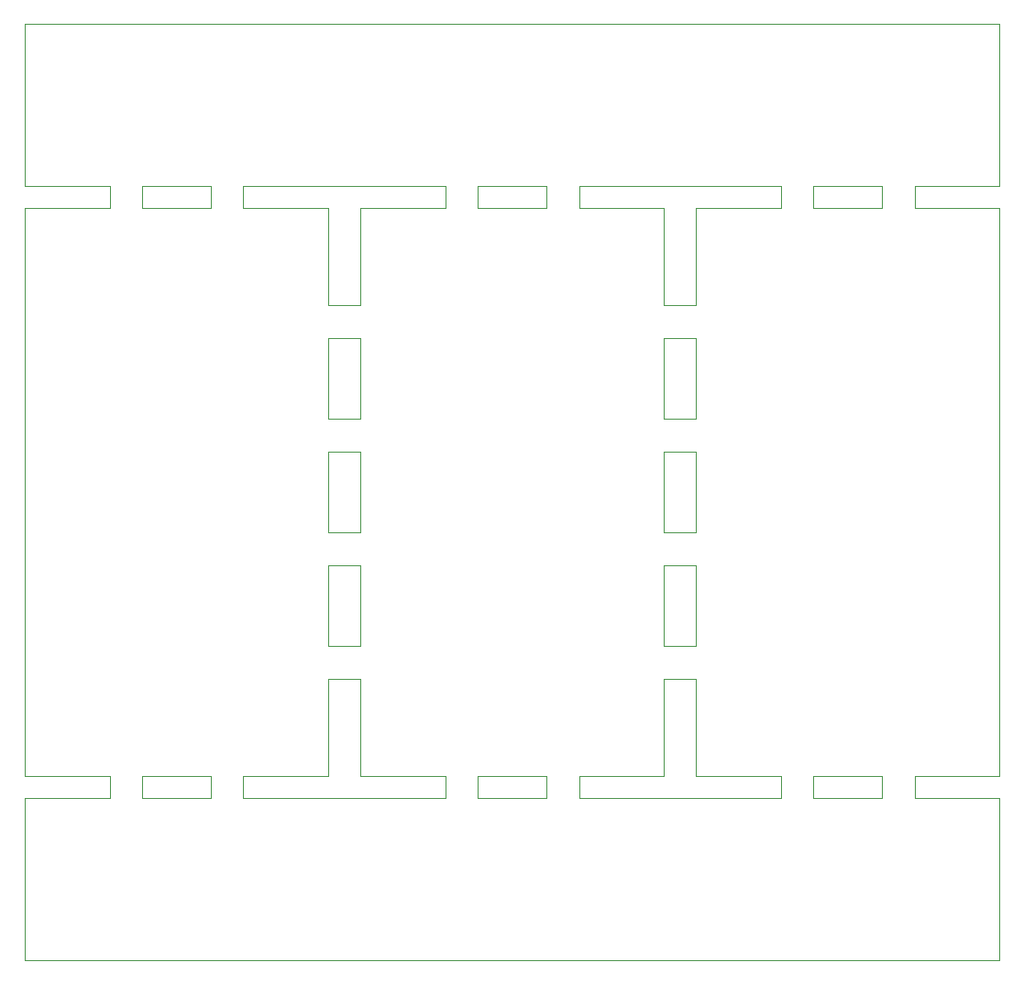
<source format=gm1>
G04 #@! TF.GenerationSoftware,KiCad,Pcbnew,8.0.0*
G04 #@! TF.CreationDate,2024-02-29T15:25:12+11:00*
G04 #@! TF.ProjectId,panel,70616e65-6c2e-46b6-9963-61645f706362,rev?*
G04 #@! TF.SameCoordinates,Original*
G04 #@! TF.FileFunction,Profile,NP*
%FSLAX46Y46*%
G04 Gerber Fmt 4.6, Leading zero omitted, Abs format (unit mm)*
G04 Created by KiCad (PCBNEW 8.0.0) date 2024-02-29 15:25:12*
%MOMM*%
%LPD*%
G01*
G04 APERTURE LIST*
G04 #@! TA.AperFunction,Profile*
%ADD10C,0.100000*%
G04 #@! TD*
G04 APERTURE END LIST*
D10*
X60500000Y-46999500D02*
X59000000Y-46999500D01*
X31000000Y-57499500D02*
X29500000Y-57499500D01*
X62000000Y-60499500D02*
X62000000Y-69499500D01*
X59000000Y-49999500D02*
X60500000Y-49999500D01*
X28000000Y-69499500D02*
X28000000Y-60499500D01*
X60500000Y-57499500D02*
X59000000Y-57499500D01*
X79166666Y-71499500D02*
X72833333Y-71499500D01*
X28000000Y-39499500D02*
X29500000Y-39499500D01*
X7833333Y-15000000D02*
X7833333Y-16999500D01*
X51166666Y-16999500D02*
X51166666Y-15000000D01*
X69833333Y-71499500D02*
X51166666Y-71499500D01*
X20166666Y-69499500D02*
X28000000Y-69499500D01*
X90000000Y-15000000D02*
X90000000Y0D01*
X59000000Y-28999500D02*
X60500000Y-28999500D01*
X41833333Y-71499500D02*
X41833333Y-69499500D01*
X48166666Y-69499500D02*
X48166666Y-71499500D01*
X10833333Y-69499500D02*
X17166666Y-69499500D01*
X28000000Y-49999500D02*
X29500000Y-49999500D01*
X31000000Y-60499500D02*
X31000000Y-69499500D01*
X31000000Y-36499500D02*
X29500000Y-36499500D01*
X82166666Y-69499500D02*
X90000000Y-69499500D01*
X62000000Y-16999500D02*
X62000000Y-25999500D01*
X69833333Y-15000000D02*
X69833333Y-16999500D01*
X0Y-16999500D02*
X0Y-69499500D01*
X28000000Y-60499500D02*
X29500000Y-60499500D01*
X17166666Y-16999500D02*
X10833333Y-16999500D01*
X0Y-69499500D02*
X7833333Y-69499500D01*
X90000000Y-71499500D02*
X82166666Y-71499500D01*
X60500000Y-49999500D02*
X62000000Y-49999500D01*
X79166666Y-15000000D02*
X79166666Y-16999500D01*
X59000000Y-60499500D02*
X60500000Y-60499500D01*
X31000000Y-49999500D02*
X31000000Y-57499500D01*
X0Y-71499500D02*
X0Y-86499500D01*
X62000000Y-57499500D02*
X60500000Y-57499500D01*
X90000000Y-16999500D02*
X82166666Y-16999500D01*
X90000000Y0D02*
X0Y0D01*
X7833333Y-69499500D02*
X7833333Y-71499500D01*
X29500000Y-49999500D02*
X31000000Y-49999500D01*
X62000000Y-49999500D02*
X62000000Y-57499500D01*
X59000000Y-57499500D02*
X59000000Y-49999500D01*
X59000000Y-36499500D02*
X59000000Y-28999500D01*
X17166666Y-71499500D02*
X10833333Y-71499500D01*
X59000000Y-39499500D02*
X60500000Y-39499500D01*
X0Y0D02*
X0Y-15000000D01*
X79166666Y-16999500D02*
X72833333Y-16999500D01*
X72833333Y-16999500D02*
X72833333Y-15000000D01*
X0Y-15000000D02*
X7833333Y-15000000D01*
X62000000Y-39499500D02*
X62000000Y-46999500D01*
X20166666Y-16999500D02*
X20166666Y-15000000D01*
X41833333Y-69499500D02*
X48166666Y-69499500D01*
X31000000Y-46999500D02*
X29500000Y-46999500D01*
X62000000Y-28999500D02*
X62000000Y-36499500D01*
X28000000Y-16999500D02*
X20166666Y-16999500D01*
X51166666Y-71499500D02*
X51166666Y-69499500D01*
X31000000Y-28999500D02*
X31000000Y-36499500D01*
X60500000Y-28999500D02*
X62000000Y-28999500D01*
X60500000Y-25999500D02*
X59000000Y-25999500D01*
X28000000Y-57499500D02*
X28000000Y-49999500D01*
X48166666Y-15000000D02*
X48166666Y-16999500D01*
X28000000Y-46999500D02*
X28000000Y-39499500D01*
X59000000Y-69499500D02*
X59000000Y-60499500D01*
X31000000Y-39499500D02*
X31000000Y-46999500D01*
X38833333Y-15000000D02*
X38833333Y-16999500D01*
X41833333Y-15000000D02*
X48166666Y-15000000D01*
X31000000Y-16999500D02*
X31000000Y-25999500D01*
X90000000Y-86499500D02*
X90000000Y-71499500D01*
X31000000Y-25999500D02*
X29500000Y-25999500D01*
X60500000Y-60499500D02*
X62000000Y-60499500D01*
X10833333Y-15000000D02*
X17166666Y-15000000D01*
X90000000Y-69499500D02*
X90000000Y-16999500D01*
X20166666Y-15000000D02*
X38833333Y-15000000D01*
X62000000Y-36499500D02*
X60500000Y-36499500D01*
X62000000Y-46999500D02*
X60500000Y-46999500D01*
X79166666Y-69499500D02*
X79166666Y-71499500D01*
X62000000Y-69499500D02*
X69833333Y-69499500D01*
X29500000Y-25999500D02*
X28000000Y-25999500D01*
X38833333Y-16999500D02*
X31000000Y-16999500D01*
X31000000Y-69499500D02*
X38833333Y-69499500D01*
X29500000Y-39499500D02*
X31000000Y-39499500D01*
X72833333Y-15000000D02*
X79166666Y-15000000D01*
X60500000Y-36499500D02*
X59000000Y-36499500D01*
X69833333Y-69499500D02*
X69833333Y-71499500D01*
X48166666Y-71499500D02*
X41833333Y-71499500D01*
X38833333Y-71499500D02*
X20166666Y-71499500D01*
X29500000Y-46999500D02*
X28000000Y-46999500D01*
X62000000Y-25999500D02*
X60500000Y-25999500D01*
X72833333Y-69499500D02*
X79166666Y-69499500D01*
X51166666Y-69499500D02*
X59000000Y-69499500D01*
X17166666Y-69499500D02*
X17166666Y-71499500D01*
X59000000Y-16999500D02*
X51166666Y-16999500D01*
X82166666Y-16999500D02*
X82166666Y-15000000D01*
X10833333Y-16999500D02*
X10833333Y-15000000D01*
X38833333Y-69499500D02*
X38833333Y-71499500D01*
X20166666Y-71499500D02*
X20166666Y-69499500D01*
X10833333Y-71499500D02*
X10833333Y-69499500D01*
X41833333Y-16999500D02*
X41833333Y-15000000D01*
X69833333Y-16999500D02*
X62000000Y-16999500D01*
X82166666Y-71499500D02*
X82166666Y-69499500D01*
X7833333Y-16999500D02*
X0Y-16999500D01*
X0Y-86499500D02*
X90000000Y-86499500D01*
X28000000Y-25999500D02*
X28000000Y-16999500D01*
X59000000Y-46999500D02*
X59000000Y-39499500D01*
X28000000Y-28999500D02*
X29500000Y-28999500D01*
X29500000Y-60499500D02*
X31000000Y-60499500D01*
X17166666Y-15000000D02*
X17166666Y-16999500D01*
X60500000Y-39499500D02*
X62000000Y-39499500D01*
X29500000Y-28999500D02*
X31000000Y-28999500D01*
X48166666Y-16999500D02*
X41833333Y-16999500D01*
X7833333Y-71499500D02*
X0Y-71499500D01*
X29500000Y-57499500D02*
X28000000Y-57499500D01*
X59000000Y-25999500D02*
X59000000Y-16999500D01*
X72833333Y-71499500D02*
X72833333Y-69499500D01*
X82166666Y-15000000D02*
X90000000Y-15000000D01*
X29500000Y-36499500D02*
X28000000Y-36499500D01*
X28000000Y-36499500D02*
X28000000Y-28999500D01*
X51166666Y-15000000D02*
X69833333Y-15000000D01*
M02*

</source>
